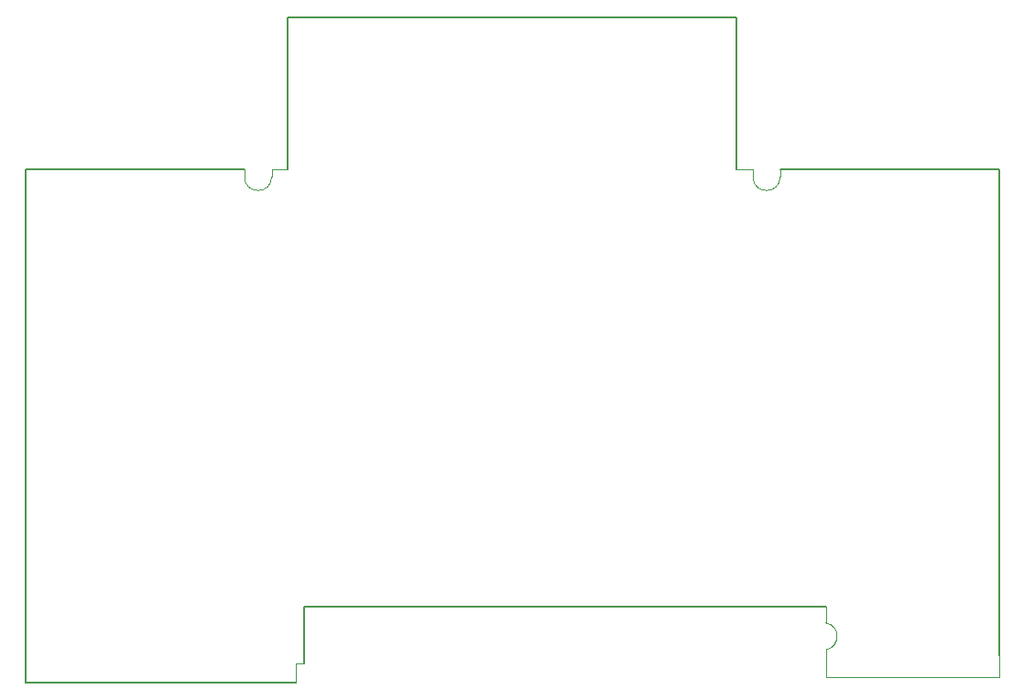
<source format=gm1>
G04 #@! TF.GenerationSoftware,KiCad,Pcbnew,(5.1.8)-1*
G04 #@! TF.CreationDate,2021-11-25T19:50:33+01:00*
G04 #@! TF.ProjectId,sensactHsNano2,73656e73-6163-4744-9873-4e616e6f322e,rev?*
G04 #@! TF.SameCoordinates,Original*
G04 #@! TF.FileFunction,Profile,NP*
%FSLAX46Y46*%
G04 Gerber Fmt 4.6, Leading zero omitted, Abs format (unit mm)*
G04 Created by KiCad (PCBNEW (5.1.8)-1) date 2021-11-25 19:50:33*
%MOMM*%
%LPD*%
G01*
G04 APERTURE LIST*
G04 #@! TA.AperFunction,Profile*
%ADD10C,0.050000*%
G04 #@! TD*
G04 #@! TA.AperFunction,Profile*
%ADD11C,0.200000*%
G04 #@! TD*
G04 APERTURE END LIST*
D10*
X179000000Y-149750000D02*
X179000000Y-148250000D01*
X179000001Y-149750001D02*
G75*
G02*
X178999999Y-152249999I-250001J-1249999D01*
G01*
X179000000Y-154750000D02*
X178999999Y-152249999D01*
X195000000Y-154750000D02*
X179000000Y-154750000D01*
X195000000Y-152750000D02*
X195000000Y-154750000D01*
X172250000Y-107750000D02*
X170749999Y-107750000D01*
X129250000Y-107750000D02*
X127750000Y-107750000D01*
X127750000Y-108500000D02*
G75*
G02*
X125250000Y-108500000I-1250000J0D01*
G01*
X127750000Y-107750000D02*
X127750000Y-108500000D01*
X125250000Y-107750000D02*
X125250000Y-108500000D01*
X174750000Y-108500000D02*
G75*
G02*
X172250000Y-108500000I-1250000J0D01*
G01*
X174750000Y-107750000D02*
X174750000Y-108500000D01*
X172250000Y-107750000D02*
X172250000Y-108500000D01*
X130000000Y-153500000D02*
X130000000Y-155250000D01*
X130750000Y-153500000D02*
X130000000Y-153500000D01*
D11*
X130750000Y-148250000D02*
X130750000Y-153500000D01*
X150000000Y-148250001D02*
X130750000Y-148250000D01*
X167499999Y-148249998D02*
X150000000Y-148250001D01*
X179000000Y-148250000D02*
X167499999Y-148249998D01*
X174750000Y-107750000D02*
X195000000Y-107750000D01*
X170750000Y-93750000D02*
X170749999Y-107750000D01*
X129250001Y-93750000D02*
X170750000Y-93750000D01*
X129250000Y-107750000D02*
X129250001Y-93750000D01*
X105000000Y-107750001D02*
X125250000Y-107750000D01*
X130000000Y-155250000D02*
X105000001Y-155250000D01*
X195000000Y-107750000D02*
X195000000Y-152750000D01*
X105000001Y-155250000D02*
X105000000Y-107750000D01*
M02*

</source>
